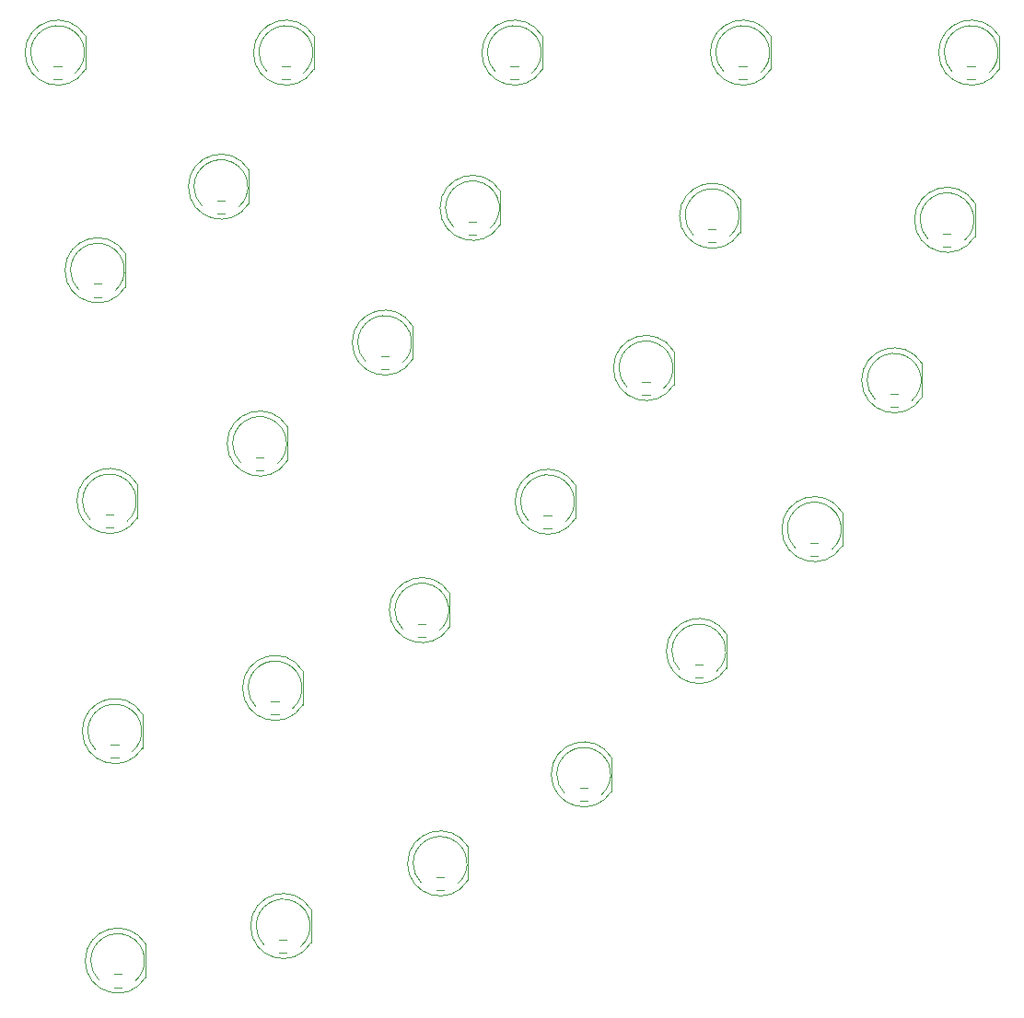
<source format=gbr>
%TF.GenerationSoftware,KiCad,Pcbnew,7.0.8*%
%TF.CreationDate,2025-01-10T21:38:43+01:00*%
%TF.ProjectId,UV_Disc_Charger,55565f44-6973-4635-9f43-686172676572,rev?*%
%TF.SameCoordinates,Original*%
%TF.FileFunction,Legend,Bot*%
%TF.FilePolarity,Positive*%
%FSLAX46Y46*%
G04 Gerber Fmt 4.6, Leading zero omitted, Abs format (unit mm)*
G04 Created by KiCad (PCBNEW 7.0.8) date 2025-01-10 21:38:43*
%MOMM*%
%LPD*%
G01*
G04 APERTURE LIST*
%ADD10C,0.120000*%
%ADD11C,0.100000*%
G04 APERTURE END LIST*
D10*
%TO.C,D29*%
X187157500Y-67284998D02*
X187157500Y-70374998D01*
D11*
X184937500Y-70080000D02*
X184237500Y-70080000D01*
X184937500Y-71280000D02*
X184237500Y-71280000D01*
D10*
X187157500Y-67285168D02*
G75*
G03*
X181607500Y-68830460I-2560000J-1544830D01*
G01*
D11*
X186223763Y-70702341D02*
G75*
G03*
X182117500Y-68829998I-1626263J1872343D01*
G01*
X182117501Y-68829998D02*
G75*
G03*
X182853982Y-70593672I2479996J-2D01*
G01*
D10*
X181607501Y-68829536D02*
G75*
G03*
X187157499Y-70374828I2989999J-462D01*
G01*
%TO.C,D28*%
X132767501Y-105339536D02*
G75*
G03*
X138317499Y-106884828I2989999J-462D01*
G01*
D11*
X133277501Y-105339998D02*
G75*
G03*
X134013982Y-107103672I2479996J-2D01*
G01*
X137383763Y-107212341D02*
G75*
G03*
X133277500Y-105339998I-1626263J1872343D01*
G01*
D10*
X138317500Y-103795168D02*
G75*
G03*
X132767500Y-105340460I-2560000J-1544830D01*
G01*
D11*
X136097500Y-107790000D02*
X135397500Y-107790000D01*
X136097500Y-106590000D02*
X135397500Y-106590000D01*
D10*
X138317500Y-103794998D02*
X138317500Y-106884998D01*
%TO.C,D27*%
X165957500Y-89844998D02*
X165957500Y-92934998D01*
D11*
X163737500Y-92640000D02*
X163037500Y-92640000D01*
X163737500Y-93840000D02*
X163037500Y-93840000D01*
D10*
X165957500Y-89845168D02*
G75*
G03*
X160407500Y-91390460I-2560000J-1544830D01*
G01*
D11*
X165023763Y-93262341D02*
G75*
G03*
X160917500Y-91389998I-1626263J1872343D01*
G01*
X160917501Y-91389998D02*
G75*
G03*
X161653982Y-93153672I2479996J-2D01*
G01*
D10*
X160407501Y-91389536D02*
G75*
G03*
X165957499Y-92934828I2989999J-462D01*
G01*
%TO.C,D26*%
X132027501Y-83439536D02*
G75*
G03*
X137577499Y-84984828I2989999J-462D01*
G01*
D11*
X132537501Y-83439998D02*
G75*
G03*
X133273982Y-85203672I2479996J-2D01*
G01*
X136643763Y-85312341D02*
G75*
G03*
X132537500Y-83439998I-1626263J1872343D01*
G01*
D10*
X137577500Y-81895168D02*
G75*
G03*
X132027500Y-83440460I-2560000J-1544830D01*
G01*
D11*
X135357500Y-85890000D02*
X134657500Y-85890000D01*
X135357500Y-84690000D02*
X134657500Y-84690000D01*
D10*
X137577500Y-81894998D02*
X137577500Y-84984998D01*
%TO.C,D25*%
X151067500Y-74734998D02*
X151067500Y-77824998D01*
D11*
X148847500Y-77530000D02*
X148147500Y-77530000D01*
X148847500Y-78730000D02*
X148147500Y-78730000D01*
D10*
X151067500Y-74735168D02*
G75*
G03*
X145517500Y-76280460I-2560000J-1544830D01*
G01*
D11*
X150133763Y-78152341D02*
G75*
G03*
X146027500Y-76279998I-1626263J1872343D01*
G01*
X146027501Y-76279998D02*
G75*
G03*
X146763982Y-78043672I2479996J-2D01*
G01*
D10*
X145517501Y-76279536D02*
G75*
G03*
X151067499Y-77824828I2989999J-462D01*
G01*
%TO.C,D24*%
X152747500Y-98034998D02*
X152747500Y-101124998D01*
D11*
X150527500Y-100830000D02*
X149827500Y-100830000D01*
X150527500Y-102030000D02*
X149827500Y-102030000D01*
D10*
X152747500Y-98035168D02*
G75*
G03*
X147197500Y-99580460I-2560000J-1544830D01*
G01*
D11*
X151813763Y-101452341D02*
G75*
G03*
X147707500Y-99579998I-1626263J1872343D01*
G01*
X147707501Y-99579998D02*
G75*
G03*
X148443982Y-101343672I2479996J-2D01*
G01*
D10*
X147197501Y-99579536D02*
G75*
G03*
X152747499Y-101124828I2989999J-462D01*
G01*
%TO.C,D23*%
X176537500Y-78494998D02*
X176537500Y-81584998D01*
D11*
X174317500Y-81290000D02*
X173617500Y-81290000D01*
X174317500Y-82490000D02*
X173617500Y-82490000D01*
D10*
X176537500Y-78495168D02*
G75*
G03*
X170987500Y-80040460I-2560000J-1544830D01*
G01*
D11*
X175603763Y-81912341D02*
G75*
G03*
X171497500Y-80039998I-1626263J1872343D01*
G01*
X171497501Y-80039998D02*
G75*
G03*
X172233982Y-81803672I2479996J-2D01*
G01*
D10*
X170987501Y-80039536D02*
G75*
G03*
X176537499Y-81584828I2989999J-462D01*
G01*
%TO.C,D22*%
X123107500Y-106974998D02*
X123107500Y-110064998D01*
D11*
X120887500Y-109770000D02*
X120187500Y-109770000D01*
X120887500Y-110970000D02*
X120187500Y-110970000D01*
D10*
X123107500Y-106975168D02*
G75*
G03*
X117557500Y-108520460I-2560000J-1544830D01*
G01*
D11*
X122173763Y-110392341D02*
G75*
G03*
X118067500Y-108519998I-1626263J1872343D01*
G01*
X118067501Y-108519998D02*
G75*
G03*
X118803982Y-110283672I2479996J-2D01*
G01*
D10*
X117557501Y-108519536D02*
G75*
G03*
X123107499Y-110064828I2989999J-462D01*
G01*
%TO.C,D21*%
X162627500Y-64764998D02*
X162627500Y-67854998D01*
D11*
X160407500Y-67560000D02*
X159707500Y-67560000D01*
X160407500Y-68760000D02*
X159707500Y-68760000D01*
D10*
X162627500Y-64765168D02*
G75*
G03*
X157077500Y-66310460I-2560000J-1544830D01*
G01*
D11*
X161693763Y-68182341D02*
G75*
G03*
X157587500Y-66309998I-1626263J1872343D01*
G01*
X157587501Y-66309998D02*
G75*
G03*
X158323982Y-68073672I2479996J-2D01*
G01*
D10*
X157077501Y-66309536D02*
G75*
G03*
X162627499Y-67854828I2989999J-462D01*
G01*
%TO.C,D20*%
X117287501Y-87409536D02*
G75*
G03*
X122837499Y-88954828I2989999J-462D01*
G01*
D11*
X117797501Y-87409998D02*
G75*
G03*
X118533982Y-89173672I2479996J-2D01*
G01*
X121903763Y-89282341D02*
G75*
G03*
X117797500Y-87409998I-1626263J1872343D01*
G01*
D10*
X122837500Y-85865168D02*
G75*
G03*
X117287500Y-87410460I-2560000J-1544830D01*
G01*
D11*
X120617500Y-89860000D02*
X119917500Y-89860000D01*
X120617500Y-88660000D02*
X119917500Y-88660000D01*
D10*
X122837500Y-85864998D02*
X122837500Y-88954998D01*
%TO.C,D19*%
X147657500Y-50124998D02*
X147657500Y-53214998D01*
D11*
X145437500Y-52920000D02*
X144737500Y-52920000D01*
X145437500Y-54120000D02*
X144737500Y-54120000D01*
D10*
X147657500Y-50125168D02*
G75*
G03*
X142107500Y-51670460I-2560000J-1544830D01*
G01*
D11*
X146723763Y-53542341D02*
G75*
G03*
X142617500Y-51669998I-1626263J1872343D01*
G01*
X142617501Y-51669998D02*
G75*
G03*
X143353982Y-53433672I2479996J-2D01*
G01*
D10*
X142107501Y-51669536D02*
G75*
G03*
X147657499Y-53214828I2989999J-462D01*
G01*
%TO.C,D18*%
X136157500Y-59414998D02*
X136157500Y-62504998D01*
D11*
X133937500Y-62210000D02*
X133237500Y-62210000D01*
X133937500Y-63410000D02*
X133237500Y-63410000D01*
D10*
X136157500Y-59415168D02*
G75*
G03*
X130607500Y-60960460I-2560000J-1544830D01*
G01*
D11*
X135223763Y-62832341D02*
G75*
G03*
X131117500Y-60959998I-1626263J1872343D01*
G01*
X131117501Y-60959998D02*
G75*
G03*
X131853982Y-62723672I2479996J-2D01*
G01*
D10*
X130607501Y-60959536D02*
G75*
G03*
X136157499Y-62504828I2989999J-462D01*
G01*
%TO.C,D17*%
X122347500Y-64694998D02*
X122347500Y-67784998D01*
D11*
X120127500Y-67490000D02*
X119427500Y-67490000D01*
X120127500Y-68690000D02*
X119427500Y-68690000D01*
D10*
X122347500Y-64695168D02*
G75*
G03*
X116797500Y-66240460I-2560000J-1544830D01*
G01*
D11*
X121413763Y-68112341D02*
G75*
G03*
X117307500Y-66239998I-1626263J1872343D01*
G01*
X117307501Y-66239998D02*
G75*
G03*
X118043982Y-68003672I2479996J-2D01*
G01*
D10*
X116797501Y-66239536D02*
G75*
G03*
X122347499Y-67784828I2989999J-462D01*
G01*
%TO.C,D16*%
X132597500Y-35784998D02*
X132597500Y-38874998D01*
D11*
X130377500Y-38580000D02*
X129677500Y-38580000D01*
X130377500Y-39780000D02*
X129677500Y-39780000D01*
D10*
X132597500Y-35785168D02*
G75*
G03*
X127047500Y-37330460I-2560000J-1544830D01*
G01*
D11*
X131663763Y-39202341D02*
G75*
G03*
X127557500Y-37329998I-1626263J1872343D01*
G01*
X127557501Y-37329998D02*
G75*
G03*
X128293982Y-39093672I2479996J-2D01*
G01*
D10*
X127047501Y-37329536D02*
G75*
G03*
X132597499Y-38874828I2989999J-462D01*
G01*
%TO.C,D15*%
X121247500Y-43474998D02*
X121247500Y-46564998D01*
D11*
X119027500Y-46270000D02*
X118327500Y-46270000D01*
X119027500Y-47470000D02*
X118327500Y-47470000D01*
D10*
X121247500Y-43475168D02*
G75*
G03*
X115697500Y-45020460I-2560000J-1544830D01*
G01*
D11*
X120313763Y-46892341D02*
G75*
G03*
X116207500Y-45019998I-1626263J1872343D01*
G01*
X116207501Y-45019998D02*
G75*
G03*
X116943982Y-46783672I2479996J-2D01*
G01*
D10*
X115697501Y-45019536D02*
G75*
G03*
X121247499Y-46564828I2989999J-462D01*
G01*
%TO.C,D14*%
X194497500Y-53594998D02*
X194497500Y-56684998D01*
D11*
X192277500Y-56390000D02*
X191577500Y-56390000D01*
X192277500Y-57590000D02*
X191577500Y-57590000D01*
D10*
X194497500Y-53595168D02*
G75*
G03*
X188947500Y-55140460I-2560000J-1544830D01*
G01*
D11*
X193563763Y-57012341D02*
G75*
G03*
X189457500Y-55139998I-1626263J1872343D01*
G01*
X189457501Y-55139998D02*
G75*
G03*
X190193982Y-56903672I2479996J-2D01*
G01*
D10*
X188947501Y-55139536D02*
G75*
G03*
X194497499Y-56684828I2989999J-462D01*
G01*
%TO.C,D13*%
X199357500Y-38834998D02*
X199357500Y-41924998D01*
D11*
X197137500Y-41630000D02*
X196437500Y-41630000D01*
X197137500Y-42830000D02*
X196437500Y-42830000D01*
D10*
X199357500Y-38835168D02*
G75*
G03*
X193807500Y-40380460I-2560000J-1544830D01*
G01*
D11*
X198423763Y-42252341D02*
G75*
G03*
X194317500Y-40379998I-1626263J1872343D01*
G01*
X194317501Y-40379998D02*
G75*
G03*
X195053982Y-42143672I2479996J-2D01*
G01*
D10*
X193807501Y-40379536D02*
G75*
G03*
X199357499Y-41924828I2989999J-462D01*
G01*
%TO.C,D12*%
X177757500Y-38464998D02*
X177757500Y-41554998D01*
D11*
X175537500Y-41260000D02*
X174837500Y-41260000D01*
X175537500Y-42460000D02*
X174837500Y-42460000D01*
D10*
X177757500Y-38465168D02*
G75*
G03*
X172207500Y-40010460I-2560000J-1544830D01*
G01*
D11*
X176823763Y-41882341D02*
G75*
G03*
X172717500Y-40009998I-1626263J1872343D01*
G01*
X172717501Y-40009998D02*
G75*
G03*
X173453982Y-41773672I2479996J-2D01*
G01*
D10*
X172207501Y-40009536D02*
G75*
G03*
X177757499Y-41554828I2989999J-462D01*
G01*
%TO.C,D11*%
X201577500Y-23454998D02*
X201577500Y-26544998D01*
D11*
X199357500Y-26250000D02*
X198657500Y-26250000D01*
X199357500Y-27450000D02*
X198657500Y-27450000D01*
D10*
X201577500Y-23455168D02*
G75*
G03*
X196027500Y-25000460I-2560000J-1544830D01*
G01*
D11*
X200643763Y-26872341D02*
G75*
G03*
X196537500Y-24999998I-1626263J1872343D01*
G01*
X196537501Y-24999998D02*
G75*
G03*
X197273982Y-26763672I2479996J-2D01*
G01*
D10*
X196027501Y-24999536D02*
G75*
G03*
X201577499Y-26544828I2989999J-462D01*
G01*
%TO.C,D10*%
X180577500Y-23454998D02*
X180577500Y-26544998D01*
D11*
X178357500Y-26250000D02*
X177657500Y-26250000D01*
X178357500Y-27450000D02*
X177657500Y-27450000D01*
D10*
X180577500Y-23455168D02*
G75*
G03*
X175027500Y-25000460I-2560000J-1544830D01*
G01*
D11*
X179643763Y-26872341D02*
G75*
G03*
X175537500Y-24999998I-1626263J1872343D01*
G01*
X175537501Y-24999998D02*
G75*
G03*
X176273982Y-26763672I2479996J-2D01*
G01*
D10*
X175027501Y-24999536D02*
G75*
G03*
X180577499Y-26544828I2989999J-462D01*
G01*
%TO.C,D9*%
X171677500Y-52464998D02*
X171677500Y-55554998D01*
D11*
X169457500Y-55260000D02*
X168757500Y-55260000D01*
X169457500Y-56460000D02*
X168757500Y-56460000D01*
D10*
X171677500Y-52465168D02*
G75*
G03*
X166127500Y-54010460I-2560000J-1544830D01*
G01*
D11*
X170743763Y-55882341D02*
G75*
G03*
X166637500Y-54009998I-1626263J1872343D01*
G01*
X166637501Y-54009998D02*
G75*
G03*
X167373982Y-55773672I2479996J-2D01*
G01*
D10*
X166127501Y-54009536D02*
G75*
G03*
X171677499Y-55554828I2989999J-462D01*
G01*
%TO.C,D8*%
X155727500Y-37734998D02*
X155727500Y-40824998D01*
D11*
X153507500Y-40530000D02*
X152807500Y-40530000D01*
X153507500Y-41730000D02*
X152807500Y-41730000D01*
D10*
X155727500Y-37735168D02*
G75*
G03*
X150177500Y-39280460I-2560000J-1544830D01*
G01*
D11*
X154793763Y-41152341D02*
G75*
G03*
X150687500Y-39279998I-1626263J1872343D01*
G01*
X150687501Y-39279998D02*
G75*
G03*
X151423982Y-41043672I2479996J-2D01*
G01*
D10*
X150177501Y-39279536D02*
G75*
G03*
X155727499Y-40824828I2989999J-462D01*
G01*
%TO.C,D7*%
X159577500Y-23454998D02*
X159577500Y-26544998D01*
D11*
X157357500Y-26250000D02*
X156657500Y-26250000D01*
X157357500Y-27450000D02*
X156657500Y-27450000D01*
D10*
X159577500Y-23455168D02*
G75*
G03*
X154027500Y-25000460I-2560000J-1544830D01*
G01*
D11*
X158643763Y-26872341D02*
G75*
G03*
X154537500Y-24999998I-1626263J1872343D01*
G01*
X154537501Y-24999998D02*
G75*
G03*
X155273982Y-26763672I2479996J-2D01*
G01*
D10*
X154027501Y-24999536D02*
G75*
G03*
X159577499Y-26544828I2989999J-462D01*
G01*
%TO.C,D6*%
X138577500Y-23454998D02*
X138577500Y-26544998D01*
D11*
X136357500Y-26250000D02*
X135657500Y-26250000D01*
X136357500Y-27450000D02*
X135657500Y-27450000D01*
D10*
X138577500Y-23455168D02*
G75*
G03*
X133027500Y-25000460I-2560000J-1544830D01*
G01*
D11*
X137643763Y-26872341D02*
G75*
G03*
X133537500Y-24999998I-1626263J1872343D01*
G01*
X133537501Y-24999998D02*
G75*
G03*
X134273982Y-26763672I2479996J-2D01*
G01*
D10*
X133027501Y-24999536D02*
G75*
G03*
X138577499Y-26544828I2989999J-462D01*
G01*
%TO.C,D5*%
X117577500Y-23454998D02*
X117577500Y-26544998D01*
D11*
X115357500Y-26250000D02*
X114657500Y-26250000D01*
X115357500Y-27450000D02*
X114657500Y-27450000D01*
D10*
X117577500Y-23455168D02*
G75*
G03*
X112027500Y-25000460I-2560000J-1544830D01*
G01*
D11*
X116643763Y-26872341D02*
G75*
G03*
X112537500Y-24999998I-1626263J1872343D01*
G01*
X112537501Y-24999998D02*
G75*
G03*
X113273982Y-26763672I2479996J-2D01*
G01*
D10*
X112027501Y-24999536D02*
G75*
G03*
X117577499Y-26544828I2989999J-462D01*
G01*
%TD*%
M02*

</source>
